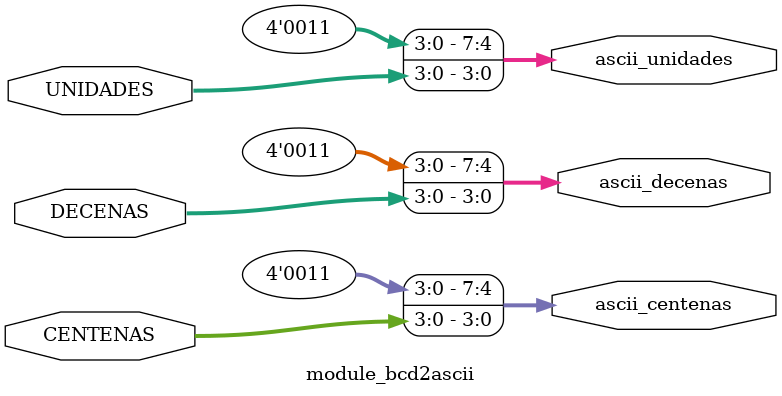
<source format=sv>
module module_bcd2ascii (

    input logic  [3:0] UNIDADES,
    input logic  [3:0] DECENAS,
    input logic  [3:0] CENTENAS,
    output logic [7:0] ascii_unidades,
    output logic [7:0] ascii_decenas,
    output logic [7:0] ascii_centenas
    );
//    logic ascii_unidades;
//    logic ascii_decenas;
//    logic ascii_centenas;
    
    assign ascii_unidades = {4'b0011, UNIDADES};
    assign ascii_decenas  = {4'b0011,  DECENAS};
    assign ascii_centenas = {4'b0011, CENTENAS};
    
    //assign ascii_num= {ascii_unidades, ascii_decenas};
    
endmodule
</source>
